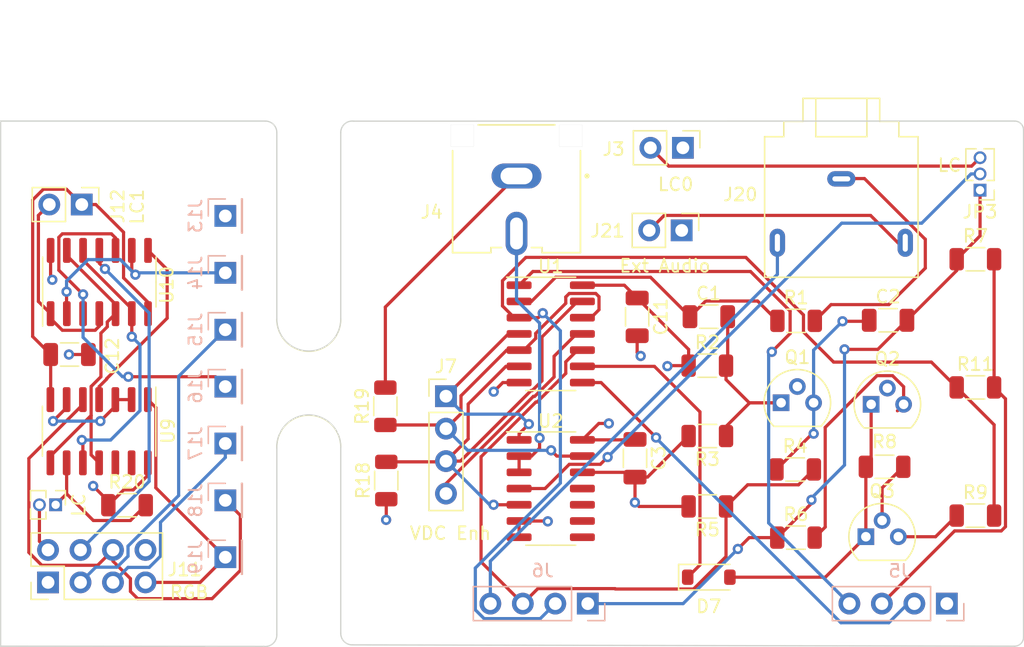
<source format=kicad_pcb>
(kicad_pcb (version 20221018) (generator pcbnew)
  (layers (0 "F.Cu" signal) (1 "In1.Cu" mixed "Power") (2 "In2.Cu" power "Ground") (31 "B.Cu" signal) (34 "B.Paste" user) (35 "F.Paste" user) (36 "B.SilkS" user "B.Silkscreen") (37 "F.SilkS" user "F.Silkscreen") (38 "B.Mask" user) (39 "F.Mask" user) (44 "Edge.Cuts" user))
  (net 0 "")
  (net 1 "Net-(Q1-B)")
  (net 2 "Net-(C1-Pad2)")
  (net 3 "Net-(Q1-E)")
  (net 4 "+5V")
  (net 5 "GND")
  (net 6 "Net-(D7-K)")
  (net 7 "Net-(D7-A)")
  (net 8 "Net-(Q2-E)")
  (net 9 "Net-(Q3-E)")
  (net 10 "ChromaOut")
  (net 11 "Y40")
  (net 12 "LC1")
  (net 14 "C40")
  (net 15 "Y80")
  (net 16 "C80")
  (net 17 "~SELIN")
  (net 18 "SELIN")
  (net 19 "COMP40")
  (net 20 "S_out")
  (net 25 "G_out")
  (net 26 "Net-(J3-Pin_2)")
  (net 27 "Audio")
  (net 28 "RCA")
  (net 29 "LumaOut")
  (net 30 "COMP{slash}LC")
  (net 31 "Net-(U9-Pad2)")
  (net 32 "S")
  (net 33 "SELRGB")
  (net 34 "SELLC1")
  (net 35 "Red")
  (net 36 "Green")
  (net 37 "Blue")
  (net 38 "Vsyn")
  (net 39 "Hsyn")
  (net 40 "~SELALG")
  (net 43 "Net-(JP2-A)")
  (net 44 "Net-(J21-Pin_2)")
  (footprint "Resistor_SMD:R_1206_3216Metric" (layer "F.Cu") (at 111.886012 77.167151)
    (fp_text reference "R20")
    (fp_text value "10k")
  )
  (footprint "Package_SO:SO-14_3.9x8.65mm_P1.27mm" (layer "F.Cu") (at 109.701586 71.377377 -90)
    (fp_text reference "U9")
    (fp_text value "74HCT04")
  )
  (footprint "Resistor_SMD:R_1206_3216Metric" (layer "F.Cu") (at 164.213587 62.736938)
    (fp_text reference "R1")
    (fp_text value "3k3")
  )
  (footprint "Connector_PinHeader_2.54mm:PinHeader_2x04_P2.54mm_Vertical" (layer "F.Cu") (at 105.706763 83.208994 90)
    (fp_text reference "J11")
    (fp_text value "RGB")
  )
  (footprint "Connector_PinHeader_1.27mm:PinHeader_1x03_P1.27mm_Vertical" (layer "F.Cu") (at 178.599431 52.508824 180)
    (fp_text reference "JP3")
    (fp_text value "LC")
  )
  (footprint "Capacitor_SMD:C_1206_3216Metric" (layer "F.Cu") (at 151.613506 73.493126 -90)
    (fp_text reference "C3")
    (fp_text value "0.1uF")
  )
  (footprint "Panelize:mouse-bite-5mm-slot" (layer "F.Cu") (at 126.1 67.62676 90)
    (fp_text reference "mouse-bite-5mm-slot" hide)
    (fp_text value "VAL**" hide)
  )
  (footprint "Resistor_SMD:R_1206_3216Metric" (layer "F.Cu") (at 164.200908 79.703728)
    (fp_text reference "R6")
    (fp_text value "180")
  )
  (footprint "Resistor_SMD:R_1206_3216Metric" (layer "F.Cu") (at 132.088334 69.424827 90)
    (fp_text reference "R19")
    (fp_text value "10k")
  )
  (footprint "Resistor_SMD:R_1206_3216Metric" (layer "F.Cu") (at 157.268914 66.244118)
    (fp_text reference "R2")
    (fp_text value "3k3")
  )
  (footprint "Connector_PinHeader_2.54mm:PinHeader_1x02_P2.54mm_Vertical" (layer "F.Cu") (at 155.26443 55.658877 -90)
    (fp_text reference "J21")
    (fp_text value "Ext Audio")
  )
  (footprint "Capacitor_SMD:C_1206_3216Metric" (layer "F.Cu") (at 107.388355 65.372333)
    (fp_text reference "C12")
    (fp_text value "0.1uF")
  )
  (footprint "Connector_PinHeader_2.54mm:PinHeader_1x02_P2.54mm_Vertical" (layer "F.Cu") (at 108.344201 53.634482 -90)
    (fp_text reference "J12")
    (fp_text value "LC1")
  )
  (footprint "Connector_PinHeader_2.54mm:PinHeader_1x02_P2.54mm_Vertical" (layer "F.Cu") (at 155.3568 49.192984 -90)
    (fp_text reference "J3")
    (fp_text value "LC0" hide)
  )
  (footprint "Capacitor_SMD:C_1206_3216Metric" (layer "F.Cu") (at 171.405302 62.692217)
    (fp_text reference "C2")
    (fp_text value "200pF")
  )
  (footprint "Diode_SMD:D_SOD-123" (layer "F.Cu") (at 157.383914 82.802618)
    (fp_text reference "D7")
    (fp_text value "1N4148" hide)
  )
  (footprint "Resistor_SMD:R_1206_3216Metric" (layer "F.Cu") (at 157.268914 71.753618 180)
    (fp_text reference "R3")
    (fp_text value "5k6")
  )
  (footprint "Resistor_SMD:R_1206_3216Metric" (layer "F.Cu") (at 178.235286 77.980947)
    (fp_text reference "R9")
    (fp_text value "180")
  )
  (footprint "Connector_PinHeader_2.54mm:PinHeader_1x04_P2.54mm_Vertical" (layer "F.Cu") (at 136.829225 68.636925)
    (fp_text reference "J7")
    (fp_text value "VIDIN" hide)
  )
  (footprint "Package_SO:SO-14_3.9x8.65mm_P1.27mm" (layer "F.Cu") (at 145.023279 63.759031)
    (fp_text reference "U1")
    (fp_text value "CD4066BM")
  )
  (footprint "Resistor_SMD:R_1206_3216Metric" (layer "F.Cu") (at 178.235286 67.947947)
    (fp_text reference "R11")
    (fp_text value "330")
  )
  (footprint "Package_SO:SO-14_3.9x8.65mm_P1.27mm" (layer "F.Cu") (at 145.023279 75.863519)
    (fp_text reference "U2")
    (fp_text value "CD4066BM")
  )
  (footprint "Connector_Audio:Jack_3.5mm_CUI_SJ1-3523N_Horizontal" (layer "F.Cu") (at 167.75 51.625 180)
    (fp_text reference "J20")
    (fp_text value "Headphone")
  )
  (footprint "Resistor_SMD:R_1206_3216Metric" (layer "F.Cu") (at 157.268914 77.263118 180)
    (fp_text reference "R5")
    (fp_text value "330")
  )
  (footprint "Resistor_SMD:R_1206_3216Metric" (layer "F.Cu") (at 132.159758 75.236107 90)
    (fp_text reference "R18")
    (fp_text value "10k")
  )
  (footprint "Package_SO:SO-14_3.9x8.65mm_P1.27mm" (layer "F.Cu") (at 109.717096 59.700394 90)
    (fp_text reference "U10")
    (fp_text value "CD4066BM")
  )
  (footprint "Package_TO_SOT_THT:TO-92" (layer "F.Cu") (at 170.081649 69.273254)
    (fp_text reference "Q2")
    (fp_text value "2N2222" hide)
  )
  (footprint "r2v2_proj_models:CUI_RCJ-044" (layer "F.Cu") (at 142.346142 51.4 90)
    (fp_text reference "J4")
    (fp_text value "Comp/LC" hide)
    (fp_line (start 2.3 -5.15) (end 2.3 -3.35) (stroke (width 0.01)) (layer "Edge.Cuts"))
    (fp_line (start 2.3 -3.35) (end 4 -3.35) (stroke (width 0.01)) (layer "Edge.Cuts"))
    (fp_line (start 2.3 3.35) (end 2.3 5.15) (stroke (width 0.01)) (layer "Edge.Cuts"))
    (fp_line (start 2.3 5.15) (end 4 5.15) (stroke (width 0.01)) (layer "Edge.Cuts"))
    (fp_line (start 4 -5.15) (end 2.3 -5.15) (stroke (width 0.01)) (layer "Edge.Cuts"))
    (fp_line (start 4 -3.35) (end 4 -5.15) (stroke (width 0.01)) (layer "Edge.Cuts"))
    (fp_line (start 4 3.35) (end 2.3 3.35) (stroke (width 0.01)) (layer "Edge.Cuts"))
    (fp_line (start 4 5.15) (end 4 3.35) (stroke (width 0.01)) (layer "Edge.Cuts"))
  )
  (footprint "Package_TO_SOT_THT:TO-92" (layer "F.Cu") (at 163.040378 69.14972)
    (fp_text reference "Q1")
    (fp_text value "2N2222" hide)
  )
  (footprint "Resistor_SMD:R_1206_3216Metric" (layer "F.Cu") (at 178.235286 57.914947)
    (fp_text reference "R7")
    (fp_text value "330")
  )
  (footprint "Capacitor_SMD:C_1206_3216Metric" (layer "F.Cu") (at 151.781824 62.426511 -90)
    (fp_text reference "C11")
    (fp_text value "0.1uF")
  )
  (footprint "Capacitor_SMD:C_1206_3216Metric" (layer "F.Cu") (at 157.387884 62.412623 180)
    (fp_text reference "C1")
    (fp_text value "100pF")
  )
  (footprint "Resistor_SMD:R_1206_3216Metric" (layer "F.Cu") (at 171.129962 74.159863 180)
    (fp_text reference "R8")
    (fp_text value "1k")
  )
  (footprint "Resistor_SMD:R_1206_3216Metric" (layer "F.Cu") (at 164.139408 74.369728)
    (fp_text reference "R4")
    (fp_text value "75")
  )
  (footprint "Package_TO_SOT_THT:TO-92" (layer "F.Cu") (at 169.668718 79.635117)
    (fp_text reference "Q3")
    (fp_text value "2N2222" hide)
  )
  (footprint "Connector_PinHeader_1.27mm:PinHeader_1x02_P1.27mm_Vertical" (layer "F.Cu") (at 106.303169 77.135962 -90)
    (fp_text reference "JP2")
    (fp_text value "LC")
  )
  (footprint "Connector_PinHeader_2.54mm:PinHeader_1x04_P2.54mm_Vertical" (layer "B.Cu") (at 147.92 84.87 90)
    (fp_text reference "J6")
    (fp_text value "RF-2")
  )
  (footprint "Connector_PinHeader_2.54mm:PinHeader_1x01_P2.54mm_Vertical" (layer "B.Cu") (at 119.572205 76.787323 -90)
    (fp_text reference "J18")
    (fp_text value "V")
  )
  (footprint "Connector_PinHeader_2.54mm:PinHeader_1x01_P2.54mm_Vertical" (layer "B.Cu") (at 119.572205 72.335492 -90)
    (fp_text reference "J17")
    (fp_text value "B")
  )
  (footprint "Connector_PinHeader_2.54mm:PinHeader_1x01_P2.54mm_Vertical" (layer "B.Cu") (at 119.572205 67.883661 -90)
    (fp_text reference "J16")
    (fp_text value "G")
  )
  (footprint "Connector_PinHeader_2.54mm:PinHeader_1x01_P2.54mm_Vertical" (layer "B.Cu") (at 119.572205 58.979999 -90)
    (fp_text reference "J14")
    (fp_text value "S")
  )
  (footprint "Connector_PinHeader_2.54mm:PinHeader_1x04_P2.54mm_Vertical" (layer "B.Cu") (at 176 84.87 90)
    (fp_text reference "J5")
    (fp_text value "RF-1")
  )
  (footprint "Connector_PinHeader_2.54mm:PinHeader_1x01_P2.54mm_Vertical" (layer "B.Cu") (at 119.572205 81.239159 -90)
    (fp_text reference "J19")
    (fp_text value "H")
  )
  (footprint "Connector_PinHeader_2.54mm:PinHeader_1x01_P2.54mm_Vertical" (layer "B.Cu") (at 119.572205 63.43183 -90)
    (fp_text reference "J15")
    (fp_text value "R")
  )
  (footprint "Connector_PinHeader_2.54mm:PinHeader_1x01_P2.54mm_Vertical" (layer "B.Cu") (at 119.572205 54.528168 -90)
    (fp_text reference "J13")
    (fp_text value "~")
  )
  (gr_line (start 128.6 48) (end 128.6 62.6) (stroke (width 0.1)) (layer "Edge.Cuts"))
  (gr_arc (start 181.3 47.1) (mid 181.794975 47.305025) (end 182 47.8) (stroke (width 0.1)) (layer "Edge.Cuts"))
  (gr_line (start 129.611631 47.10695) (end 181.3 47.1) (stroke (width 0.1)) (layer "Edge.Cuts"))
  (gr_line (start 102 47.1) (end 102 88.2) (stroke (width 0.1)) (layer "Edge.Cuts"))
  (gr_arc (start 123.6 87.32529) (mid 123.295622 88) (end 122.588369 88.21834) (stroke (width 0.1)) (layer "Edge.Cuts"))
  (gr_line (start 128.6 72.6) (end 128.6 87.2) (stroke (width 0.1)) (layer "Edge.Cuts"))
  (gr_line (start 102 88.2) (end 122.588369 88.21834) (stroke (width 0.1)) (layer "Edge.Cuts"))
  (gr_line (start 129.5 88.1) (end 181.3 88.2) (stroke (width 0.1)) (layer "Edge.Cuts"))
  (gr_line (start 122.7 47.1) (end 102 47.1) (stroke (width 0.1)) (layer "Edge.Cuts"))
  (gr_line (start 182 87.5) (end 182 47.8) (stroke (width 0.1)) (layer "Edge.Cuts"))
  (gr_arc (start 182 87.5) (mid 181.794975 87.994975) (end 181.3 88.2) (stroke (width 0.1)) (layer "Edge.Cuts"))
  (gr_arc (start 128.6 62.6) (mid 126.1 65.1) (end 123.6 62.6) (stroke (width 0.1)) (layer "Edge.Cuts"))
  (gr_arc (start 128.6 48) (mid 128.904378 47.32529) (end 129.611631 47.10695) (stroke (width 0.1)) (layer "Edge.Cuts"))
  (gr_arc (start 122.7 47.1) (mid 123.336396 47.363604) (end 123.6 48) (stroke (width 0.1)) (layer "Edge.Cuts"))
  (gr_arc (start 129.5 88.1) (mid 128.863604 87.836396) (end 128.6 87.2) (stroke (width 0.1)) (layer "Edge.Cuts"))
  (gr_arc (start 123.601713 72.692529) (mid 126.053728 70.100428) (end 128.6 72.6) (stroke (width 0.1)) (layer "Edge.Cuts"))
  (gr_line (start 123.601713 72.692529) (end 123.6 87.32529) (stroke (width 0.1)) (layer "Edge.Cuts"))
  (gr_line (start 123.6 48) (end 123.6 62.6) (stroke (width 0.1)) (layer "Edge.Cuts"))
  (gr_text "LC0" (at 153.312051 52.64146) (layer "F.SilkS") (effects (font (size 1 1)) (justify left bottom)))
  (gr_text "VDC Enh" (at 133.912728 79.951513) (layer "F.SilkS") (effects (font (size 1 1)) (justify left bottom)))
  (segment (start 158.731414 71.005565) (end 158.731414 71.753618) (width 0.25) (layer "F.Cu") (net 1))
  (segment (start 163.040378 69.14972) (end 160.545201 69.14972) (width 0.25) (layer "F.Cu") (net 1))
  (segment (start 160.587259 69.14972) (end 158.731414 71.005565) (width 0.25) (layer "F.Cu") (net 1))
  (segment (start 160.545201 69.14972) (end 158.731414 67.335933) (width 0.25) (layer "F.Cu") (net 1))
  (segment (start 158.862884 66.112648) (end 158.731414 66.244118) (width 0.25) (layer "F.Cu") (net 1))
  (segment (start 158.862884 62.412623) (end 158.862884 66.112648) (width 0.25) (layer "F.Cu") (net 1))
  (segment (start 158.731414 67.335933) (end 158.731414 66.244118) (width 0.25) (layer "F.Cu") (net 1))
  (segment (start 163.040378 69.14972) (end 160.587259 69.14972) (width 0.25) (layer "F.Cu") (net 1))
  (segment (start 161.201772 61.187623) (end 157.137884 61.187623) (width 0.25) (layer "F.Cu") (net 2))
  (segment (start 152.824292 59.324031) (end 145.407057 59.324031) (width 0.25) (layer "F.Cu") (net 2))
  (segment (start 145.407057 59.324031) (end 143.512057 61.219031) (width 0.25) (layer "F.Cu") (net 2))
  (segment (start 155.912884 62.412623) (end 152.824292 59.324031) (width 0.25) (layer "F.Cu") (net 2))
  (segment (start 143.512057 61.219031) (end 142.548279 61.219031) (width 0.25) (layer "F.Cu") (net 2))
  (segment (start 157.137884 61.187623) (end 155.912884 62.412623) (width 0.25) (layer "F.Cu") (net 2))
  (segment (start 162.751087 62.736938) (end 161.201772 61.187623) (width 0.25) (layer "F.Cu") (net 2))
  (segment (start 162.676908 74.369728) (end 165.477291 71.569345) (width 0.25) (layer "F.Cu") (net 3))
  (segment (start 167.842066 62.771856) (end 169.850663 62.771856) (width 0.25) (layer "F.Cu") (net 3))
  (segment (start 169.850663 62.771856) (end 169.930302 62.692217) (width 0.25) (layer "F.Cu") (net 3))
  (segment (start 165.477291 71.569345) (end 165.586189 71.569345) (width 0.25) (layer "F.Cu") (net 3))
  (via (at 167.842066 62.771856) (size 0.8) (drill 0.4) (layers "F.Cu" "B.Cu") (net 3))
  (via (at 165.586189 71.569345) (size 0.8) (drill 0.4) (layers "F.Cu" "B.Cu") (net 3))
  (segment (start 165.580378 69.14972) (end 165.580378 65.033544) (width 0.25) (layer "B.Cu") (net 3))
  (segment (start 165.586189 69.155531) (end 165.580378 69.14972) (width 0.25) (layer "B.Cu") (net 3))
  (segment (start 165.586189 71.569345) (end 165.586189 69.155531) (width 0.25) (layer "B.Cu") (net 3))
  (segment (start 165.580378 65.033544) (end 167.842066 62.771856) (width 0.25) (layer "B.Cu") (net 3))
  (segment (start 170.938718 78.365117) (end 170.938718 75.813607) (width 0.25) (layer "F.Cu") (net 4))
  (segment (start 150.779344 59.949031) (end 151.781824 60.951511) (width 0.25) (layer "F.Cu") (net 4))
  (segment (start 110.423512 77.167151) (end 110.423512 76.851863) (width 0.25) (layer "F.Cu") (net 4))
  (segment (start 112.371811 75.967151) (end 113.511586 74.827376) (width 0.25) (layer "F.Cu") (net 4))
  (segment (start 151.578113 72.053519) (end 151.613506 72.018126) (width 0.25) (layer "F.Cu") (net 4))
  (segment (start 147.498279 72.053519) (end 148.783028 70.76877) (width 0.25) (layer "F.Cu") (net 4))
  (segment (start 108.863355 65.372333) (end 107.342947 65.372333) (width 0.25) (layer "F.Cu") (net 4))
  (segment (start 170.938718 75.813607) (end 172.592462 74.159863) (width 0.25) (layer "F.Cu") (net 4))
  (segment (start 132.159758 76.698607) (end 132.159758 78.302838) (width 0.25) (layer "F.Cu") (net 4))
  (segment (start 147.498279 59.949031) (end 150.779344 59.949031) (width 0.25) (layer "F.Cu") (net 4))
  (segment (start 154.186568 66.244118) (end 154.147536 66.28315) (width 0.25) (layer "F.Cu") (net 4))
  (segment (start 105.907096 59.389892) (end 106.041202 59.523998) (width 0.25) (layer "F.Cu") (net 4))
  (segment (start 107.342947 65.372333) (end 107.342406 65.372874) (width 0.25) (layer "F.Cu") (net 4))
  (segment (start 105.907096 57.225394) (end 105.907096 59.389892) (width 0.25) (layer "F.Cu") (net 4))
  (segment (start 155.806414 66.244118) (end 154.186568 66.244118) (width 0.25) (layer "F.Cu") (net 4))
  (segment (start 155.806414 66.244118) (end 155.806414 64.976101) (width 0.25) (layer "F.Cu") (net 4))
  (segment (start 110.423512 76.851863) (end 109.235475 75.663826) (width 0.25) (layer "F.Cu") (net 4))
  (segment (start 147.498279 72.053519) (end 151.578113 72.053519) (width 0.25) (layer "F.Cu") (net 4))
  (segment (start 113.511586 74.827376) (end 113.511586 73.852377) (width 0.25) (layer "F.Cu") (net 4))
  (segment (start 132.159758 78.302838) (end 132.148048 78.314548) (width 0.25) (layer "F.Cu") (net 4))
  (segment (start 148.783028 70.76877) (end 149.56601 70.76877) (width 0.25) (layer "F.Cu") (net 4))
  (segment (start 110.423512 77.167151) (end 111.623512 75.967151) (width 0.25) (layer "F.Cu") (net 4))
  (segment (start 155.806414 64.976101) (end 151.781824 60.951511) (width 0.25) (layer "F.Cu") (net 4))
  (segment (start 111.623512 75.967151) (end 112.371811 75.967151) (width 0.25) (layer "F.Cu") (net 4))
  (via (at 106.041202 59.523998) (size 0.8) (drill 0.4) (layers "F.Cu" "B.Cu") (net 4))
  (via (at 132.148048 78.314548) (size 0.8) (drill 0.4) (layers "F.Cu" "B.Cu") (net 4))
  (via (at 107.342406 65.372874) (size 0.8) (drill 0.4) (layers "F.Cu" "B.Cu") (net 4))
  (via (at 154.147536 66.28315) (size 0.8) (drill 0.4) (layers "F.Cu" "B.Cu") (net 4))
  (via (at 109.235475 75.663826) (size 0.8) (drill 0.4) (layers "F.Cu" "B.Cu") (net 4))
  (via (at 149.56601 70.76877) (size 0.8) (drill 0.4) (layers "F.Cu" "B.Cu") (net 4))
  (segment (start 151.605814 76.951799) (end 151.917133 77.263118) (width 0.25) (layer "F.Cu") (net 5))
  (segment (start 167.75 51.6) (end 169.558148 51.6) (width 0.25) (layer "F.Cu") (net 5))
  (segment (start 104.504201 53.272781) (end 105.342433 52.434549) (width 0.25) (layer "F.Cu") (net 5))
  (segment (start 142.548279 78.403519) (end 144.763148 78.403519) (width 0.25) (layer "F.Cu") (net 5))
  (segment (start 169.558148 51.6) (end 174.296624 56.338476) (width 0.25) (layer "F.Cu") (net 5))
  (segment (start 105.342433 52.434549) (end 107.144268 52.434549) (width 0.25) (layer "F.Cu") (net 5))
  (segment (start 147.498279 74.593519) (end 151.238899 74.593519) (width 0.25) (layer "F.Cu") (net 5))
  (segment (start 105.913355 68.880608) (end 105.891586 68.902377) (width 0.25) (layer "F.Cu") (net 5))
  (segment (start 170.92 84.87) (end 176.609053 79.180947) (width 0.25) (layer "F.Cu") (net 5))
  (segment (start 180.255386 79.180947) (end 180.588099 78.848234) (width 0.25) (layer "F.Cu") (net 5))
  (segment (start 113.527096 61.28604) (end 113.527096 62.175394) (width 0.25) (layer "F.Cu") (net 5))
  (segment (start 151.917133 77.263118) (end 155.806414 77.263118) (width 0.25) (layer "F.Cu") (net 5))
  (segment (start 105.913355 65.372333) (end 105.913355 68.880608) (width 0.25) (layer "F.Cu") (net 5))
  (segment (start 144.763148 78.403519) (end 144.791407 78.431778) (width 0.25) (layer "F.Cu") (net 5))
  (segment (start 107.144268 52.434549) (end 108.344201 53.634482) (width 0.25) (layer "F.Cu") (net 5))
  (segment (start 151.613506 74.968126) (end 151.613506 76.944107) (width 0.25) (layer "F.Cu") (net 5))
  (segment (start 151.781824 65.213833) (end 152.055369 65.487378) (width 0.25) (layer "F.Cu") (net 5))
  (segment (start 109.444201 53.634482) (end 111.612923 55.803204) (width 0.25) (layer "F.Cu") (net 5))
  (segment (start 105.913355 65.372333) (end 104.504201 63.963179) (width 0.25) (layer "F.Cu") (net 5))
  (segment (start 151.238899 74.593519) (end 151.613506 74.968126) (width 0.25) (layer "F.Cu") (net 5))
  (segment (start 142.548279 79.673519) (end 142.548279 78.403519) (width 0.25) (layer "F.Cu") (net 5))
  (segment (start 142.346142 51.4) (end 132.088334 61.657808) (width 0.25) (layer "F.Cu") (net 5))
  (segment (start 180.588099 78.848234) (end 180.588099 68.83826) (width 0.25) (layer "F.Cu") (net 5))
  (segment (start 132.088334 61.657808) (end 132.088334 67.962327) (width 0.25) (layer "F.Cu") (net 5))
  (segment (start 151.781824 63.901511) (end 151.781824 65.213833) (width 0.25) (layer "F.Cu") (net 5))
  (segment (start 104.504201 63.963179) (end 104.504201 53.272781) (width 0.25) (layer "F.Cu") (net 5))
  (segment (start 141.272966 67.569031) (end 142.548279 67.569031) (width 0.25) (layer "F.Cu") (net 5))
  (segment (start 152.591906 74.968126) (end 151.613506 74.968126) (width 0.25) (layer "F.Cu") (net 5))
  (segment (start 155.806414 71.753618) (end 152.591906 74.968126) (width 0.25) (layer "F.Cu") (net 5))
  (segment (start 171.462916 61.467217) (end 166.945808 61.467217) (width 0.25) (layer "F.Cu") (net 5))
  (segment (start 174.317472 58.612661) (end 171.462916 61.467217) (width 0.25) (layer "F.Cu") (net 5))
  (segment (start 140.562181 68.279816) (end 141.272966 67.569031) (width 0.25) (layer "F.Cu") (net 5))
  (segment (start 151.613506 76.944107) (end 151.605814 76.951799) (width 0.25) (layer "F.Cu") (net 5))
  (segment (start 174.317472 56.338476) (end 174.317472 58.612661) (width 0.25) (layer "F.Cu") (net 5))
  (segment (start 108.344201 53.634482) (end 109.444201 53.634482) (width 0.25) (layer "F.Cu") (net 5))
  (segment (start 176.609053 79.180947) (end 180.255386 79.180947) (width 0.25) (layer "F.Cu") (net 5))
  (segment (start 111.612923 55.803204) (end 111.612923 59.371867) (width 0.25) (layer "F.Cu") (net 5))
  (segment (start 111.612923 59.371867) (end 113.527096 61.28604) (width 0.25) (layer "F.Cu") (net 5))
  (segment (start 166.945808 61.467217) (end 165.676087 62.736938) (width 0.25) (layer "F.Cu") (net 5))
  (segment (start 180.588099 68.83826) (end 179.697786 67.947947) (width 0.25) (layer "F.Cu") (net 5))
  (segment (start 179.697786 57.914947) (end 179.697786 67.947947) (width 0.25) (layer "F.Cu") (net 5))
  (via (at 144.791407 78.431778) (size 0.8) (drill 0.4) (layers "F.Cu" "B.Cu") (net 5))
  (via (at 151.605814 76.951799) (size 0.8) (drill 0.4) (layers "F.Cu" "B.Cu") (net 5))
  (via (at 140.562181 68.279816) (size 0.8) (drill 0.4) (layers "F.Cu" "B.Cu") (net 5))
  (via (at 152.055369 65.487378) (size 0.8) (drill 0.4) (layers "F.Cu" "B.Cu") (net 5))
  (segment (start 156.693914 69.862766) (end 153.130179 66.299031) (width 0.25) (layer "F.Cu") (net 6))
  (segment (start 156.693914 81.842618) (end 156.693914 69.862766) (width 0.25) (layer "F.Cu") (net 6))
  (segment (start 153.130179 66.299031) (end 147.498279 66.299031) (width 0.25) (layer "F.Cu") (net 6))
  (segment (start 155.733914 82.802618) (end 156.693914 81.842618) (width 0.25) (layer "F.Cu") (net 6))
  (segment (start 170.081649 73.745676) (end 169.667462 74.159863) (width 0.25) (layer "F.Cu") (net 7))
  (segment (start 169.667462 74.159863) (end 169.667462 79.633861) (width 0.25) (layer "F.Cu") (net 7))
  (segment (start 170.081649 69.273254) (end 170.081649 73.745676) (width 0.25) (layer "F.Cu") (net 7))
  (segment (start 166.501217 82.802618) (end 169.668718 79.635117) (width 0.25) (layer "F.Cu") (net 7))
  (segment (start 169.667462 79.633861) (end 169.668718 79.635117) (width 0.25) (layer "F.Cu") (net 7))
  (segment (start 159.033914 82.802618) (end 166.501217 82.802618) (width 0.25) (layer "F.Cu") (net 7))
  (segment (start 172.621649 67.894395) (end 172.621649 69.273254) (width 0.25) (layer "F.Cu") (net 8))
  (segment (start 172.621649 69.273254) (end 172.621649 69.29584) (width 0.25) (layer "F.Cu") (net 8))
  (segment (start 172.621649 69.29584) (end 172.137128 69.780361) (width 0.25) (layer "F.Cu") (net 8))
  (segment (start 165.663408 79.703728) (end 166.489408 78.877728) (width 0.25) (layer "F.Cu") (net 8))
  (segment (start 166.489408 78.877728) (end 166.489408 71.079213) (width 0.25) (layer "F.Cu") (net 8))
  (segment (start 170.540367 67.028254) (end 171.755508 67.028254) (width 0.25) (layer "F.Cu") (net 8))
  (segment (start 171.755508 67.028254) (end 172.621649 67.894395) (width 0.25) (layer "F.Cu") (net 8))
  (segment (start 166.489408 71.079213) (end 170.540367 67.028254) (width 0.25) (layer "F.Cu") (net 8))
  (segment (start 175.118616 79.635117) (end 172.208718 79.635117) (width 0.25) (layer "F.Cu") (net 9))
  (segment (start 176.772786 77.980947) (end 175.118616 79.635117) (width 0.25) (layer "F.Cu") (net 9))
  (segment (start 164.401908 75.569728) (end 160.424804 75.569728) (width 0.25) (layer "F.Cu") (net 10))
  (segment (start 146.198279 66.851797) (end 146.198279 65.948123) (width 0.25) (layer "F.Cu") (net 10))
  (segment (start 156.192966 83.727618) (end 150.081271 83.727618) (width 0.25) (layer "F.Cu") (net 10))
  (segment (start 147.117371 65.029031) (end 147.498279 65.029031) (width 0.25) (layer "F.Cu") (net 10))
  (segment (start 165.601908 74.369728) (end 164.401908 75.569728) (width 0.25) (layer "F.Cu") (net 10))
  (segment (start 139.573082 73.377808) (end 143.856859 69.094031) (width 0.25) (layer "F.Cu") (net 10))
  (segment (start 150.048653 83.695) (end 144.015 83.695) (width 0.25) (layer "F.Cu") (net 10))
  (segment (start 143.856859 69.094031) (end 143.956045 69.094031) (width 0.25) (layer "F.Cu") (net 10))
  (segment (start 142.84 84.87) (end 139.573082 81.603082) (width 0.25) (layer "F.Cu") (net 10))
  (segment (start 143.956045 69.094031) (end 146.198279 66.851797) (width 0.25) (layer "F.Cu") (net 10))
  (segment (start 160.424804 75.569728) (end 158.731414 77.263118) (width 0.25) (layer "F.Cu") (net 10))
  (segment (start 158.731414 81.18917) (end 156.192966 83.727618) (width 0.25) (layer "F.Cu") (net 10))
  (segment (start 139.573082 81.603082) (end 139.573082 73.377808) (width 0.25) (layer "F.Cu") (net 10))
  (segment (start 146.198279 65.948123) (end 147.117371 65.029031) (width 0.25) (layer "F.Cu") (net 10))
  (segment (start 158.731414 77.263118) (end 158.731414 81.18917) (width 0.25) (layer "F.Cu") (net 10))
  (segment (start 150.081271 83.727618) (end 150.048653 83.695) (width 0.25) (layer "F.Cu") (net 10))
  (segment (start 144.015 83.695) (end 142.84 84.87) (width 0.25) (layer "F.Cu") (net 10))
  (segment (start 153.260563 71.870083) (end 148.959511 67.569031) (width 0.25) (layer "F.Cu") (net 11))
  (segment (start 148.959511 67.569031) (end 147.498279 67.569031) (width 0.25) (layer "F.Cu") (net 11))
  (via (at 153.260563 71.870083) (size 0.8) (drill 0.4) (layers "F.Cu" "B.Cu") (net 11))
  (segment (start 167.717338 86.36634) (end 171.46222 86.36634) (width 0.25) (layer "B.Cu") (net 11))
  (segment (start 153.260563 71.909565) (end 167.717338 86.36634) (width 0.25) (layer "B.Cu") (net 11))
  (segment (start 153.260563 71.870083) (end 153.260563 71.909565) (width 0.25) (layer "B.Cu") (net 11))
  (segment (start 172.95856 84.87) (end 173.46 84.87) (width 0.25) (layer "B.Cu") (net 11))
  (segment (start 171.46222 86.36634) (end 172.95856 84.87) (width 0.25) (layer "B.Cu") (net 11))
  (segment (start 109.717096 63.150393) (end 109.392095 63.475394) (width 0.25) (layer "F.Cu") (net 12))
  (segment (start 106.826188 63.475394) (end 105.907096 62.556302) (width 0.25) (layer "F.Cu") (net 12))
  (segment (start 104.954201 54.484482) (end 104.954201 61.222499) (width 0.25) (layer "F.Cu") (net 12))
  (segment (start 105.804201 53.634482) (end 104.954201 54.484482) (width 0.25) (layer "F.Cu") (net 12))
  (segment (start 104.954201 61.222499) (end 105.907096 62.175394) (width 0.25) (layer "F.Cu") (net 12))
  (segment (start 109.717096 62.175394) (end 109.717096 63.150393) (width 0.25) (layer "F.Cu") (net 12))
  (segment (start 109.392095 63.475394) (end 106.826188 63.475394) (width 0.25) (layer "F.Cu") (net 12))
  (segment (start 105.907096 62.556302) (end 105.907096 62.175394) (width 0.25) (layer "F.Cu") (net 12))
  (segment (start 142.548279 59.949031) (end 143.623279 58.874031) (width 0.25) (layer "F.Cu") (net 14))
  (segment (start 163.744339 61.97259) (end 163.744339 63.73636) (width 0.25) (layer "F.Cu") (net 14))
  (segment (start 163.744339 63.73636) (end 163.738501 63.73636) (width 0.25) (layer "F.Cu") (net 14))
  (segment (start 163.738501 63.73636) (end 162.312482 65.162379) (width 0.25) (layer "F.Cu") (net 14))
  (segment (start 160.64578 58.874031) (end 163.744339 61.97259) (width 0.25) (layer "F.Cu") (net 14))
  (segment (start 143.623279 58.874031) (end 160.64578 58.874031) (width 0.25) (layer "F.Cu") (net 14))
  (via (at 162.312482 65.162379) (size 0.8) (drill 0.4) (layers "F.Cu" "B.Cu") (net 14))
  (segment (start 162.065378 78.555378) (end 162.065378 65.409483) (width 0.25) (layer "B.Cu") (net 14))
  (segment (start 168.38 84.87) (end 162.065378 78.555378) (width 0.25) (layer "B.Cu") (net 14))
  (segment (start 162.065378 65.409483) (end 162.312482 65.162379) (width 0.25) (layer "B.Cu") (net 14))
  (segment (start 136.829225 68.636925) (end 141.707119 63.759031) (width 0.25) (layer "F.Cu") (net 15))
  (segment (start 142.548279 71.57986) (end 143.310488 70.817651) (width 0.25) (layer "F.Cu") (net 15))
  (segment (start 142.548279 72.053519) (end 142.548279 71.57986) (width 0.25) (layer "F.Cu") (net 15))
  (segment (start 141.707119 63.759031) (end 142.548279 63.759031) (width 0.25) (layer "F.Cu") (net 15))
  (via (at 143.310488 70.817651) (size 0.8) (drill 0.4) (layers "F.Cu" "B.Cu") (net 15))
  (segment (start 142.533655 70.040818) (end 138.233118 70.040818) (width 0.25) (layer "B.Cu") (net 15))
  (segment (start 143.310488 70.817651) (end 142.533655 70.040818) (width 0.25) (layer "B.Cu") (net 15))
  (segment (start 138.233118 70.040818) (end 136.829225 68.636925) (width 0.25) (layer "B.Cu") (net 15))
  (segment (start 136.829225 76.256925) (end 136.829225 75.485269) (width 0.25) (layer "F.Cu") (net 16))
  (segment (start 145.283975 65.50986) (end 147.034804 63.759031) (width 0.25) (layer "F.Cu") (net 16))
  (segment (start 136.829225 75.485269) (end 143.670463 68.644031) (width 0.25) (layer "F.Cu") (net 16))
  (segment (start 147.034804 63.759031) (end 147.498279 63.759031) (width 0.25) (layer "F.Cu") (net 16))
  (segment (start 143.769649 68.644031) (end 145.283975 67.129705) (width 0.25) (layer "F.Cu") (net 16))
  (segment (start 145.283975 67.129705) (end 145.283975 65.50986) (width 0.25) (layer "F.Cu") (net 16))
  (segment (start 143.670463 68.644031) (end 143.769649 68.644031) (width 0.25) (layer "F.Cu") (net 16))
  (segment (start 148.542972 60.594031) (end 148.798279 60.849338) (width 0.25) (layer "F.Cu") (net 17))
  (segment (start 142.548279 65.029031) (end 142.929187 65.029031) (width 0.25) (layer "F.Cu") (net 17))
  (segment (start 146.472371 60.594031) (end 148.542972 60.594031) (width 0.25) (layer "F.Cu") (net 17))
  (segment (start 142.929187 65.029031) (end 143.848279 64.109939) (width 0.25) (layer "F.Cu") (net 17))
  (segment (start 148.176234 62.489031) (end 147.498279 62.489031) (width 0.25) (layer "F.Cu") (net 17))
  (segment (start 145.502355 73.323519) (end 145.051585 72.872749) (width 0.25) (layer "F.Cu") (net 17))
  (segment (start 141.579358 65.029031) (end 142.548279 65.029031) (width 0.25) (layer "F.Cu") (net 17))
  (segment (start 138.004225 70.001925) (end 138.004225 68.604164) (width 0.25) (layer "F.Cu") (net 17))
  (segment (start 136.829225 71.176925) (end 138.004225 70.001925) (width 0.25) (layer "F.Cu") (net 17))
  (segment (start 148.798279 60.849338) (end 148.798279 61.866986) (width 0.25) (layer "F.Cu") (net 17))
  (segment (start 146.198279 61.365635) (end 146.198279 60.868123) (width 0.25) (layer "F.Cu") (net 17))
  (segment (start 138.004225 68.604164) (end 141.579358 65.029031) (width 0.25) (layer "F.Cu") (net 17))
  (segment (start 143.848279 64.109939) (end 143.848279 63.715635) (width 0.25) (layer "F.Cu") (net 17))
  (segment (start 136.539627 70.887327) (end 136.829225 71.176925) (width 0.25) (layer "F.Cu") (net 17))
  (segment (start 143.848279 63.715635) (end 146.198279 61.365635) (width 0.25) (layer "F.Cu") (net 17))
  (segment (start 146.198279 60.868123) (end 146.472371 60.594031) (width 0.25) (layer "F.Cu") (net 17))
  (segment (start 147.498279 73.323519) (end 145.502355 73.323519) (width 0.25) (layer "F.Cu") (net 17))
  (segment (start 132.088334 70.887327) (end 136.539627 70.887327) (width 0.25) (layer "F.Cu") (net 17))
  (segment (start 148.798279 61.866986) (end 148.176234 62.489031) (width 0.25) (layer "F.Cu") (net 17))
  (via (at 145.051585 72.872749) (size 0.8) (drill 0.4) (layers "F.Cu" "B.Cu") (net 17))
  (segment (start 145.051585 72.872749) (end 138.525049 72.872749) (width 0.25) (layer "B.Cu") (net 17))
  (segment (start 138.525049 72.872749) (end 136.829225 71.176925) (width 0.25) (layer "B.Cu") (net 17))
  (segment (start 136.829225 73.716925) (end 137.961173 73.716925) (width 0.25) (layer "F.Cu") (net 18))
  (segment (start 138.56689 69.249802) (end 138.56689 71.97926) (width 0.25) (layer "F.Cu") (net 18))
  (segment (start 147.117371 61.219031) (end 147.498279 61.219031) (width 0.25) (layer "F.Cu") (net 18))
  (segment (start 136.772543 73.773607) (end 136.829225 73.716925) (width 0.25) (layer "F.Cu") (net 18))
  (segment (start 144.337853 67.430365) (end 144.337853 63.998549) (width 0.25) (layer "F.Cu") (net 18))
  (segment (start 137.961173 73.716925) (end 143.484067 68.194031) (width 0.25) (layer "F.Cu") (net 18))
  (segment (start 142.548279 77.133519) (end 140.553199 77.133519) (width 0.25) (layer "F.Cu") (net 18))
  (segment (start 143.484067 68.194031) (end 143.574187 68.194031) (width 0.25) (layer "F.Cu") (net 18))
  (segment (start 142.548279 66.299031) (end 141.517661 66.299031) (width 0.25) (layer "F.Cu") (net 18))
  (segment (start 141.517661 66.299031) (end 138.56689 69.249802) (width 0.25) (layer "F.Cu") (net 18))
  (segment (start 143.574187 68.194031) (end 144.337853 67.430365) (width 0.25) (layer "F.Cu") (net 18))
  (segment (start 138.56689 71.97926) (end 136.829225 73.716925) (width 0.25) (layer "F.Cu") (net 18))
  (segment (start 132.159758 73.773607) (end 136.772543 73.773607) (width 0.25) (layer "F.Cu") (net 18))
  (segment (start 144.337853 63.998549) (end 147.117371 61.219031) (width 0.25) (layer "F.Cu") (net 18))
  (segment (start 140.553199 77.133519) (end 140.552095 77.132415) (width 0.25) (layer "F.Cu") (net 18))
  (via (at 140.552095 77.132415) (size 0.8) (drill 0.4) (layers "F.Cu" "B.Cu") (net 18))
  (segment (start 140.244715 77.132415) (end 136.829225 73.716925) (width 0.25) (layer "B.Cu") (net 18))
  (segment (start 140.552095 77.132415) (end 140.244715 77.132415) (width 0.25) (layer "B.Cu") (net 18))
  (segment (start 176.772786 58.799733) (end 172.880302 62.692217) (width 0.25) (layer "F.Cu") (net 19))
  (segment (start 172.880302 62.692217) (end 170.602756 64.969763) (width 0.25) (layer "F.Cu") (net 19))
  (segment (start 176.772786 57.914947) (end 176.772786 58.799733) (width 0.25) (layer "F.Cu") (net 19))
  (segment (start 165.413599 76.752343) (end 165.413599 77.028537) (width 0.25) (layer "F.Cu") (net 19))
  (segment (start 178.599431 56.088302) (end 176.772786 57.914947) (width 0.25) (layer "F.Cu") (net 19))
  (segment (start 159.657822 80.591366) (end 160.54546 79.703728) (width 0.25) (layer "F.Cu") (net 19))
  (segment (start 160.54546 79.703728) (end 162.738408 79.703728) (width 0.25) (layer "F.Cu") (net 19))
  (segment (start 170.602756 64.969763) (end 168.000147 64.969763) (width 0.25) (layer "F.Cu") (net 19))
  (segment (start 178.599431 52.508824) (end 178.599431 56.088302) (width 0.25) (layer "F.Cu") (net 19))
  (segment (start 165.413599 77.028537) (end 162.738408 79.703728) (width 0.25) (layer "F.Cu") (net 19))
  (via (at 168.000147 64.969763) (size 0.8) (drill 0.4) (layers "F.Cu" "B.Cu") (net 19))
  (via (at 165.413599 76.752343) (size 0.8) (drill 0.4) (layers "F.Cu" "B.Cu") (net 19))
  (via (at 159.657822 80.591366) (size 0.8) (drill 0.4) (layers "F.Cu" "B.Cu") (net 19))
  (segment (start 168.000147 74.025279) (end 168.000147 64.969763) (width 0.25) (layer "B.Cu") (net 19))
  (segment (start 159.657822 80.591366) (end 155.379187 84.87) (width 0.25) (layer "B.Cu") (net 19))
  (segment (start 165.413599 76.611827) (end 168.000147 74.025279) (width 0.25) (layer "B.Cu") (net 19))
  (segment (start 155.379187 84.87) (end 147.92 84.87) (width 0.25) (layer "B.Cu") (net 19))
  (segment (start 165.413599 76.752343) (end 165.413599 76.611827) (width 0.25) (layer "B.Cu") (net 19))
  (segment (start 107.155285 60.455311) (end 107.155285 62.153583) (width 0.25) (layer "F.Cu") (net 20))
  (segment (start 107.155285 62.153583) (end 107.177096 62.175394) (width 0.25) (layer "F.Cu") (net 20))
  (segment (start 112.536321 59.122066) (end 112.257096 58.842841) (width 0.25) (layer "F.Cu") (net 20))
  (segment (start 112.257096 58.842841) (end 112.257096 57.225394) (width 0.25) (layer "F.Cu") (net 20))
  (via (at 112.536321 59.122066) (size 0.8) (drill 0.4) (layers "F.Cu" "B.Cu") (net 20))
  (via (at 107.155285 60.455311) (size 0.8) (drill 0.4) (layers "F.Cu" "B.Cu") (net 20))
  (segment (start 108.828518 57.946672) (end 107.155285 59.619905) (width 0.25) (layer "B.Cu") (net 20))
  (segment (start 107.155285 59.619905) (end 107.155285 60.455311) (width 0.25) (layer "B.Cu") (net 20))
  (segment (start 112.536321 59.122066) (end 111.360927 57.946672) (width 0.25) (layer "B.Cu") (net 20))
  (segment (start 111.360927 57.946672) (end 108.828518 57.946672) (width 0.25) (layer "B.Cu") (net 20))
  (segment (start 112.678388 58.979999) (end 119.572205 58.979999) (width 0.25) (layer "B.Cu") (net 20))
  (segment (start 112.536321 59.122066) (end 112.678388 58.979999) (width 0.25) (layer "B.Cu") (net 20))
  (segment (start 106.552096 58.77455) (end 108.447096 60.66955) (width 0.25) (layer "F.Cu") (net 25))
  (segment (start 118.800451 67.111907) (end 119.572205 67.883661) (width 0.25) (layer "F.Cu") (net 25))
  (segment (start 106.826188 55.925394) (end 106.552096 56.199486) (width 0.25) (layer "F.Cu") (net 25))
  (segment (start 108.447096 62.175394) (end 108.447096 60.66955) (width 0.25) (layer "F.Cu") (net 25))
  (segment (start 110.987096 56.250395) (end 110.662095 55.925394) (width 0.25) (layer "F.Cu") (net 25))
  (segment (start 106.552096 56.199486) (end 106.552096 58.77455) (width 0.25) (layer "F.Cu") (net 25))
  (segment (start 110.987096 57.225394) (end 110.987096 56.250395) (width 0.25) (layer "F.Cu") (net 25))
  (segment (start 111.984635 67.111907) (end 118.800451 67.111907) (width 0.25) (layer "F.Cu") (net 25))
  (segment (start 110.662095 55.925394) (end 106.826188 55.925394) (width 0.25) (layer "F.Cu") (net 25))
  (via (at 111.984635 67.111907) (size 0.8) (drill 0.4) (layers "F.Cu" "B.Cu") (net 25))
  (via (at 108.447096 60.66955) (size 0.8) (drill 0.4) (layers "F.Cu" "B.Cu") (net 25))
  (segment (start 111.984635 67.111907) (end 111.532872 67.111907) (width 0.25) (layer "B.Cu") (net 25))
  (segment (start 111.532872 67.111907) (end 108.447096 64.026131) (width 0.25) (layer "B.Cu") (net 25))
  (segment (start 108.447096 64.026131) (end 108.447096 60.66955) (width 0.25) (layer "B.Cu") (net 25))
  (segment (start 154.248816 50.625) (end 177.943255 50.625) (width 0.25) (layer "F.Cu") (net 26))
  (segment (start 152.8168 49.192984) (end 154.248816 50.625) (width 0.25) (layer "F.Cu") (net 26))
  (segment (start 177.943255 50.625) (end 178.599431 49.968824) (width 0.25) (layer "F.Cu") (net 26))
  (segment (start 162.75 59.096262) (end 140.3 81.546262) (width 0.25) (layer "B.Cu") (net 27))
  (segment (start 140.3 81.546262) (end 140.3 84.87) (width 0.25) (layer "B.Cu") (net 27))
  (segment (start 162.75 56.6) (end 162.75 59.096262) (width 0.25) (layer "B.Cu") (net 27))
  (segment (start 143.523278 73.323519) (end 142.548279 73.323519) (width 0.25) (layer "F.Cu") (net 28))
  (segment (start 142.548279 73.323519) (end 142.548279 74.593519) (width 0.25) (layer "F.Cu") (net 28))
  (segment (start 144.15026 71.909964) (end 144.15026 72.696537) (width 0.25) (layer "F.Cu") (net 28))
  (segment (start 144.15026 72.696537) (end 143.523278 73.323519) (width 0.25) (layer "F.Cu") (net 28))
  (via (at 144.15026 71.909964) (size 0.8) (drill 0.4) (layers "F.Cu" "B.Cu") (net 28))
  (segment (start 142.346142 61.110772) (end 144.15026 62.91489) (width 0.25) (layer "B.Cu") (net 28))
  (segment (start 144.15026 62.91489) (end 144.15026 71.909964) (width 0.25) (layer "B.Cu") (net 28))
  (segment (start 142.346142 55.9) (end 142.346142 61.110772) (width 0.25) (layer "B.Cu") (net 28))
  (segment (start 164.788587 62.275668) (end 160.282868 57.769949) (width 0.25) (layer "F.Cu") (net 29))
  (segment (start 167.148076 65.966527) (end 164.788587 63.607038) (width 0.25) (layer "F.Cu") (net 29))
  (segment (start 160.282868 57.769949) (end 143.076453 57.769949) (width 0.25) (layer "F.Cu") (net 29))
  (segment (start 176.772786 67.947947) (end 174.791366 65.966527) (width 0.25) (layer "F.Cu") (net 29))
  (segment (start 179.697786 77.980947) (end 179.697786 70.872947) (width 0.25) (layer "F.Cu") (net 29))
  (segment (start 141.248279 59.598123) (end 141.248279 61.569939) (width 0.25) (layer "F.Cu") (net 29))
  (segment (start 164.788587 63.607038) (end 164.788587 62.275668) (width 0.25) (layer "F.Cu") (net 29))
  (segment (start 143.076453 57.769949) (end 141.248279 59.598123) (width 0.25) (layer "F.Cu") (net 29))
  (segment (start 142.548279 62.489031) (end 144.047122 62.489031) (width 0.25) (layer "F.Cu") (net 29))
  (segment (start 174.791366 65.966527) (end 167.148076 65.966527) (width 0.25) (layer "F.Cu") (net 29))
  (segment (start 141.248279 61.569939) (end 142.167371 62.489031) (width 0.25) (layer "F.Cu") (net 29))
  (segment (start 179.697786 70.872947) (end 176.772786 67.947947) (width 0.25) (layer "F.Cu") (net 29))
  (segment (start 144.047122 62.489031) (end 144.398414 62.137739) (width 0.25) (layer "F.Cu") (net 29))
  (segment (start 142.167371 62.489031) (end 142.548279 62.489031) (width 0.25) (layer "F.Cu") (net 29))
  (via (at 144.398414 62.137739) (size 0.8) (drill 0.4) (layers "F.Cu" "B.Cu") (net 29))
  (segment (start 144.398414 62.137739) (end 145.776585 63.51591) (width 0.25) (layer "B.Cu") (net 29))
  (segment (start 139.125 82.084866) (end 139.125 85.356701) (width 0.25) (layer "B.Cu") (net 29))
  (segment (start 139.125 85.356701) (end 139.813299 86.045) (width 0.25) (layer "B.Cu") (net 29))
  (segment (start 145.776585 75.433281) (end 139.125 82.084866) (width 0.25) (layer "B.Cu") (net 29))
  (segment (start 144.205 86.045) (end 145.38 84.87) (width 0.25) (layer "B.Cu") (net 29))
  (segment (start 139.813299 86.045) (end 144.205 86.045) (width 0.25) (layer "B.Cu") (net 29))
  (segment (start 145.776585 63.51591) (end 145.776585 75.433281) (width 0.25) (layer "B.Cu") (net 29))
  (segment (start 144.577371 75.863519) (end 146.475307 73.965583) (width 0.25) (layer "F.Cu") (net 30))
  (segment (start 142.548279 75.863519) (end 144.577371 75.863519) (width 0.25) (layer "F.Cu") (net 30))
  (segment (start 146.475307 73.965583) (end 148.905984 73.965583) (width 0.25) (layer "F.Cu") (net 30))
  (segment (start 148.905984 73.965583) (end 149.470689 73.400878) (width 0.25) (layer "F.Cu") (net 30))
  (via (at 149.470689 73.400878) (size 0.8) (drill 0.4) (layers "F.Cu" "B.Cu") (net 30))
  (segment (start 174.039167 55.091982) (end 177.892325 51.238824) (width 0.25) (layer "B.Cu") (net 30))
  (segment (start 149.470689 73.400878) (end 167.779585 55.091982) (width 0.25) (layer "B.Cu") (net 30))
  (segment (start 177.892325 51.238824) (end 178.599431 51.238824) (width 0.25) (layer "B.Cu") (net 30))
  (segment (start 167.779585 55.091982) (end 174.039167 55.091982) (width 0.25) (layer "B.Cu") (net 30))
  (segment (start 107.161586 69.527979) (end 107.161586 68.902377) (width 0.25) (layer "F.Cu") (net 31))
  (segment (start 112.241586 68.902377) (end 110.971586 68.902377) (width 0.25) (layer "F.Cu") (net 31))
  (segment (start 109.801586 70.58598) (end 110.971586 69.41598) (width 0.25) (layer "F.Cu") (net 31))
  (segment (start 106.103585 70.58598) (end 107.161586 69.527979) (width 0.25) (layer "F.Cu") (net 31))
  (segment (start 110.971586 69.41598) (end 110.971586 68.902377) (width 0.25) (layer "F.Cu") (net 31))
  (via (at 109.801586 70.58598) (size 0.8) (drill 0.4) (layers "F.Cu" "B.Cu") (net 31))
  (via (at 106.103585 70.58598) (size 0.8) (drill 0.4) (layers "F.Cu" "B.Cu") (net 31))
  (segment (start 109.801586 70.58598) (end 106.103585 70.58598) (width 0.25) (layer "B.Cu") (net 31))
  (segment (start 113.527096 57.225394) (end 115.024046 58.722344) (width 0.25) (layer "F.Cu") (net 32))
  (segment (start 110.293027 67.296424) (end 109.701586 67.887865) (width 0.25) (layer "F.Cu") (net 32))
  (segment (start 110.293027 67.259988) (end 110.293027 67.296424) (width 0.25) (layer "F.Cu") (net 32))
  (segment (start 115.024046 62.528969) (end 110.293027 67.259988) (width 0.25) (layer "F.Cu") (net 32))
  (segment (start 115.024046 58.722344) (end 115.024046 62.528969) (width 0.25) (layer "F.Cu") (net 32))
  (segment (start 109.701586 67.887865) (end 109.701586 68.902377) (width 0.25) (layer "F.Cu") (net 32))
  (segment (start 108.447096 57.225394) (end 108.447096 57.984486) (width 0.25) (layer "F.Cu") (net 33))
  (segment (start 108.431586 72.146021) (end 108.351586 72.066021) (width 0.25) (layer "F.Cu") (net 33))
  (segment (start 112.257096 61.794486) (end 112.257096 62.175394) (width 0.25) (layer "F.Cu") (net 33))
  (segment (start 108.431586 73.852377) (end 108.431586 72.146021) (width 0.25) (layer "F.Cu") (net 33))
  (segment (start 112.257096 63.977794) (end 112.257096 62.175394) (width 0.25) (layer "F.Cu") (net 33))
  (segment (start 108.447096 57.984486) (end 112.257096 61.794486) (width 0.25) (layer "F.Cu") (net 33))
  (via (at 112.257096 63.977794) (size 0.8) (drill 0.4) (layers "F.Cu" "B.Cu") (net 33))
  (via (at 108.351586 72.066021) (size 0.8) (drill 0.4) (layers "F.Cu" "B.Cu") (net 33))
  (segment (start 110.60112 72.066021) (end 108.351586 72.066021) (width 0.25) (layer "B.Cu") (net 33))
  (segment (start 112.897575 69.769566) (end 110.60112 72.066021) (width 0.25) (layer "B.Cu") (net 33))
  (segment (start 112.257096 63.977794) (end 112.897575 64.618273) (width 0.25) (layer "B.Cu") (net 33))
  (segment (start 112.897575 64.618273) (end 112.897575 69.769566) (width 0.25) (layer "B.Cu") (net 33))
  (segment (start 110.342096 62.820394) (end 110.342096 63.201302) (width 0.25) (layer "F.Cu") (net 34))
  (segment (start 109.076586 67.876469) (end 109.076586 70.144346) (width 0.25) (layer "F.Cu") (net 34))
  (segment (start 109.843027 63.700371) (end 109.843027 67.110028) (width 0.25) (layer "F.Cu") (net 34))
  (segment (start 109.076586 73.227377) (end 109.701586 73.852377) (width 0.25) (layer "F.Cu") (net 34))
  (segment (start 105.891586 73.329346) (end 109.076586 70.144346) (width 0.25) (layer "F.Cu") (net 34))
  (segment (start 107.177096 57.225394) (end 107.177096 57.632579) (width 0.25) (layer "F.Cu") (net 34))
  (segment (start 105.891586 73.852377) (end 105.891586 73.329346) (width 0.25) (layer "F.Cu") (net 34))
  (segment (start 109.076586 70.144346) (end 109.076586 73.227377) (width 0.25) (layer "F.Cu") (net 34))
  (segment (start 107.177096 57.632579) (end 110.987096 61.442579) (width 0.25) (layer "F.Cu") (net 34))
  (segment (start 110.342096 63.201302) (end 109.843027 63.700371) (width 0.25) (layer "F.Cu") (net 34))
  (segment (start 110.987096 61.442579) (end 110.987096 62.175394) (width 0.25) (layer "F.Cu") (net 34))
  (segment (start 109.843027 67.110028) (end 109.076586 67.876469) (width 0.25) (layer "F.Cu") (net 34))
  (segment (start 110.987096 62.175394) (end 110.342096 62.820394) (width 0.25) (layer "F.Cu") (net 34))
  (segment (start 109.435946 82.019811) (end 108.246763 83.208994) (width 0.25) (layer "B.Cu") (net 35))
  (segment (start 115.921746 76.409554) (end 111.961763 80.369537) (width 0.25) (layer "B.Cu") (net 35))
  (segment (start 111.097647 82.019811) (end 109.435946 82.019811) (width 0.25) (layer "B.Cu") (net 35))
  (segment (start 115.921746 67.082289) (end 115.921746 76.409554) (width 0.25) (layer "B.Cu") (net 35))
  (segment (start 111.961763 81.155695) (end 111.097647 82.019811) (width 0.25) (layer "B.Cu") (net 35))
  (segment (start 111.961763 80.369537) (end 111.961763 81.155695) (width 0.25) (layer "B.Cu") (net 35))
  (segment (start 119.572205 63.43183) (end 115.921746 67.082289) (width 0.25) (layer "B.Cu") (net 35))
  (segment (start 109.717096 57.225394) (end 109.717096 58.22918) (width 0.25) (layer "F.Cu") (net 36))
  (segment (start 109.717096 58.22918) (end 110.159588 58.671672) (width 0.25) (layer "F.Cu") (net 36))
  (via (at 110.159588 58.671672) (size 0.8) (drill 0.4) (layers "F.Cu" "B.Cu") (net 36))
  (segment (start 113.614026 75.301731) (end 108.246763 80.668994) (width 0.25) (layer "B.Cu") (net 36))
  (segment (start 113.614026 62.12611) (end 113.614026 75.301731) (width 0.25) (layer "B.Cu") (net 36))
  (segment (start 110.159588 58.671672) (end 113.614026 62.12611) (width 0.25) (layer "B.Cu") (net 36))
  (segment (start 113.623464 82.033994) (end 111.961763 82.033994) (width 0.25) (layer "B.Cu") (net 37))
  (segment (start 114.501763 81.155695) (end 113.623464 82.033994) (width 0.25) (layer "B.Cu") (net 37))
  (segment (start 114.501763 78.505934) (end 114.501763 81.155695) (width 0.25) (layer "B.Cu") (net 37))
  (segment (start 111.961763 82.033994) (end 110.786763 83.208994) (width 0.25) (layer "B.Cu") (net 37))
  (segment (start 119.572205 73.435492) (end 114.501763 78.505934) (width 0.25) (layer "B.Cu") (net 37))
  (segment (start 119.572205 72.335492) (end 119.572205 73.435492) (width 0.25) (layer "B.Cu") (net 37))
  (segment (start 110.786763 80.668994) (end 110.786763 81.547293) (width 0.25) (layer "F.Cu") (net 38))
  (segment (start 112.151763 82.912293) (end 112.151763 83.917332) (width 0.25) (layer "F.Cu") (net 38))
  (segment (start 108.431586 68.902377) (end 108.431586 69.283285) (width 0.25) (layer "F.Cu") (net 38))
  (segment (start 108.431586 69.283285) (end 104.208169 73.506702) (width 0.25) (layer "F.Cu") (net 38))
  (segment (start 109.586682 81.869075) (end 110.786763 80.668994) (width 0.25) (layer "F.Cu") (net 38))
  (segment (start 110.786763 81.547293) (end 112.151763 82.912293) (width 0.25) (layer "F.Cu") (net 38))
  (segment (start 120.747205 82.270299) (end 120.747205 77.962323) (width 0.25) (layer "F.Cu") (net 38))
  (segment (start 105.214859 81.869075) (end 109.586682 81.869075) (width 0.25) (layer "F.Cu") (net 38))
  (segment (start 104.208169 80.862385) (end 105.214859 81.869075) (width 0.25) (layer "F.Cu") (net 38))
  (segment (start 112.151763 83.917332) (end 112.715885 84.481454) (width 0.25) (layer "F.Cu") (net 38))
  (segment (start 104.208169 73.506702) (end 104.208169 80.862385) (width 0.25) (layer "F.Cu") (net 38))
  (segment (start 112.715885 84.481454) (end 118.53605 84.481454) (width 0.25) (layer "F.Cu") (net 38))
  (segment (start 118.53605 84.481454) (end 120.747205 82.270299) (width 0.25) (layer "F.Cu") (net 38))
  (segment (start 120.747205 77.962323) (end 119.572205 76.787323) (width 0.25) (layer "F.Cu") (net 38))
  (segment (start 114.136586 69.527377) (end 114.136586 75.80354) (width 0.25) (layer "F.Cu") (net 39))
  (segment (start 113.326763 83.208994) (end 117.60237 83.208994) (width 0.25) (layer "F.Cu") (net 39))
  (segment (start 117.60237 83.208994) (end 119.572205 81.239159) (width 0.25) (layer "F.Cu") (net 39))
  (segment (start 114.136586 75.80354) (end 119.572205 81.239159) (width 0.25) (layer "F.Cu") (net 39))
  (segment (start 113.511586 68.902377) (end 114.136586 69.527377) (width 0.25) (layer "F.Cu") (net 39))
  (segment (start 105.033169 79.9954) (end 105.033169 77.135962) (width 0.25) (layer "F.Cu") (net 40))
  (segment (start 105.706763 80.668994) (end 105.033169 79.9954) (width 0.25) (layer "F.Cu") (net 40))
  (segment (start 112.148512 78.367151) (end 109.251192 78.367151) (width 0.25) (layer "F.Cu") (net 43))
  (segment (start 106.303169 77.135962) (end 107.161586 76.277545) (width 0.25) (layer "F.Cu") (net 43))
  (segment (start 109.251192 78.367151) (end 107.161586 76.277545) (width 0.25) (layer "F.Cu") (net 43))
  (segment (start 107.161586 76.277545) (end 107.161586 73.852377) (width 0.25) (layer "F.Cu") (net 43))
  (segment (start 113.348512 77.167151) (end 112.148512 78.367151) (width 0.25) (layer "F.Cu") (net 43))
  (segment (start 172.75 57.2) (end 170.033877 54.483877) (width 0.25) (layer "F.Cu") (net 44))
  (segment (start 153.89943 54.483877) (end 152.72443 55.658877) (width 0.25) (layer "F.Cu") (net 44))
  (segment (start 170.033877 54.483877) (end 153.89943 54.483877) (width 0.25) (layer "F.Cu") (net 44))
)
</source>
